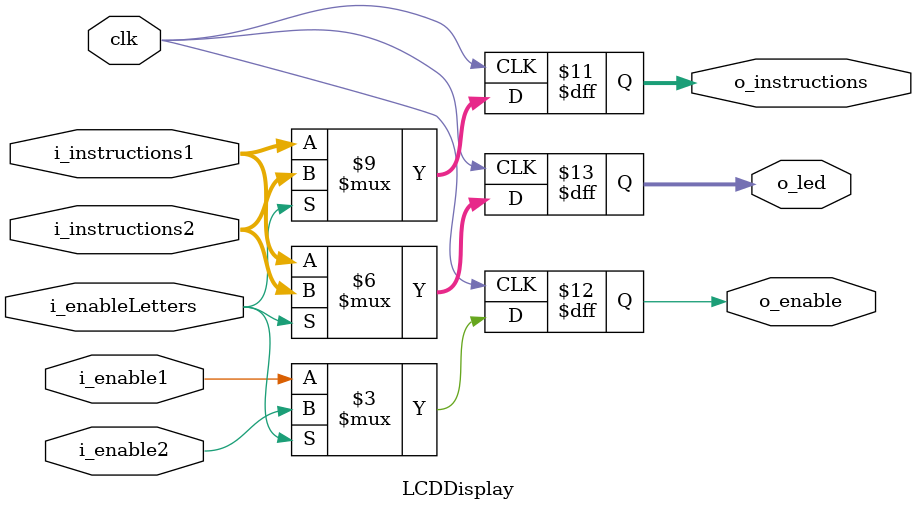
<source format=v>
module LCDDisplay(
	input clk,
	input i_enableLetters,
	input [8:0] i_instructions1,
	input [8:0] i_instructions2,
	input i_enable1,
	input i_enable2,
	output reg [8:0] o_instructions,
	output reg o_enable,
	output reg [8:0] o_led
);

	always @(posedge clk) begin
		if(i_enableLetters) begin
			o_instructions <= i_instructions2;
			o_led <= i_instructions2;
			o_enable <= i_enable2;
		end
		else begin
			o_instructions <= i_instructions1;
			o_led <= i_instructions1;
			o_enable <= i_enable1;
		end
	end

endmodule
</source>
